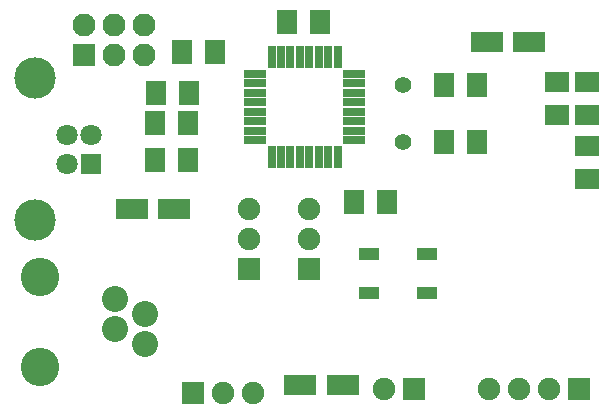
<source format=gbr>
G04 DipTrace 2.4.0.2*
%INTopMask.gbr*%
%MOIN*%
%ADD40C,0.128*%
%ADD49C,0.056*%
%ADD51C,0.138*%
%ADD53C,0.071*%
%ADD55R,0.071X0.071*%
%ADD57R,0.0671X0.0435*%
%ADD59R,0.075X0.0277*%
%ADD61R,0.0277X0.075*%
%ADD63C,0.0868*%
%ADD67C,0.0769*%
%ADD69R,0.0769X0.0769*%
%ADD73R,0.1104X0.071*%
%ADD75R,0.0789X0.071*%
%ADD77R,0.071X0.0789*%
%ADD79C,0.075*%
%ADD81R,0.075X0.075*%
%FSLAX44Y44*%
G04*
G70*
G90*
G75*
G01*
%LNTopMask*%
%LPD*%
D81*
X24940Y4940D3*
D79*
X23940D3*
X22940D3*
X21940D3*
D77*
X20440Y13190D3*
X21543D3*
X20440Y15065D3*
X21543D3*
X15190Y17190D3*
X16293D3*
D73*
X11440Y10940D3*
X10023D3*
D77*
X11690Y16190D3*
X12793D3*
X10815Y13815D3*
X11918D3*
X17440Y11190D3*
X18543D3*
D73*
X21856Y16524D3*
X23274D3*
X17065Y5065D3*
X15648D3*
D75*
X24190Y14065D3*
Y15168D3*
D69*
X8440Y16065D3*
D67*
X9440D3*
X10440D3*
Y17065D3*
X9440D3*
X8440D3*
D81*
X13940Y8940D3*
D79*
Y9940D3*
Y10940D3*
D81*
X15940Y8940D3*
D79*
Y9940D3*
Y10940D3*
D81*
X19440Y4940D3*
D79*
X18440D3*
D81*
X12065Y4815D3*
D79*
X13065D3*
X14065D3*
D77*
X10815Y12565D3*
X11918D3*
D75*
X25190Y11940D3*
Y13043D3*
Y14065D3*
Y15168D3*
D77*
X11940Y14815D3*
X10838D3*
D63*
X9460Y7940D3*
X10460Y7440D3*
X9460Y6940D3*
X10460Y6440D3*
D40*
X6960Y5690D3*
Y8690D3*
D61*
X14690Y12690D3*
X15005D3*
X15320D3*
X15635D3*
X15950D3*
X16265D3*
X16580D3*
X16895D3*
D59*
X17446Y13241D3*
Y13556D3*
Y13871D3*
Y14186D3*
Y14501D3*
Y14816D3*
Y15131D3*
Y15446D3*
D61*
X16895Y15997D3*
X16580D3*
X16265D3*
X15950D3*
X15635D3*
X15320D3*
X15005D3*
X14690D3*
D59*
X14139Y15446D3*
Y15131D3*
Y14816D3*
Y14501D3*
Y14186D3*
Y13871D3*
Y13556D3*
Y13241D3*
D57*
X17940Y9440D3*
Y8141D3*
X19869D3*
Y9440D3*
D55*
X8669Y12440D3*
D53*
Y13424D3*
X7881D3*
Y12440D3*
D51*
X6814Y15302D3*
Y10562D3*
D49*
X19065Y13190D3*
Y15090D3*
M02*

</source>
